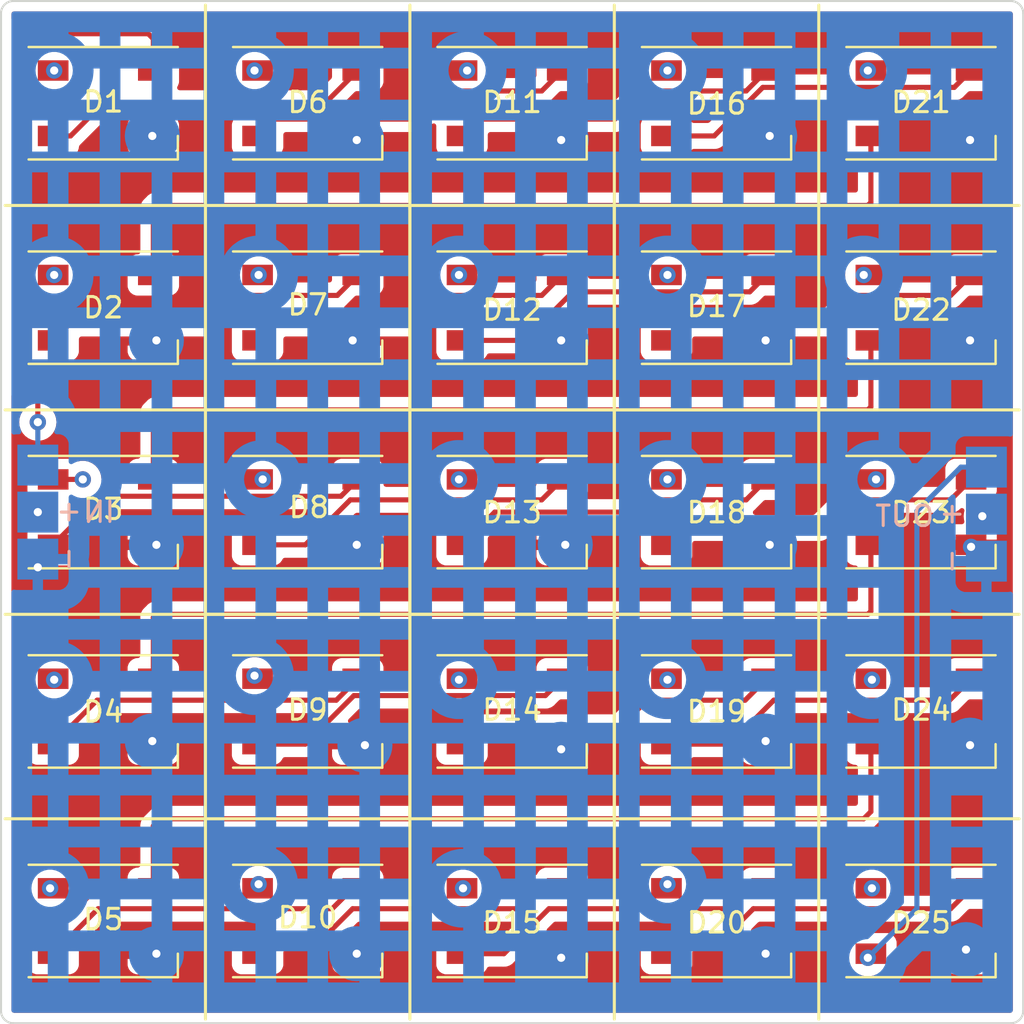
<source format=kicad_pcb>
(kicad_pcb (version 20211014) (generator pcbnew)
  (title_block (rev "A"))
  (layers (0 "F.Cu" signal) (1 "In1.Cu" power "PWR") (2 "In2.Cu" power "GND") (31 "B.Cu" signal) (34 "B.Paste" user) (35 "F.Paste" user) (36 "B.SilkS" user "B.Silkscreen") (37 "F.SilkS" user "F.Silkscreen") (38 "B.Mask" user) (39 "F.Mask" user) (44 "Edge.Cuts" user))
  (net 0 "")
  (net 1 "GND")
  (net 2 "/signal_in")
  (net 3 "Net-(D1-Pad2)")
  (net 4 "+5V")
  (net 5 "/row0_out")
  (net 6 "Net-(D2-Pad2)")
  (net 7 "/row1_out")
  (net 8 "Net-(D3-Pad2)")
  (net 9 "/row2_out")
  (net 10 "Net-(D4-Pad2)")
  (net 11 "/row3_out")
  (net 12 "Net-(D10-Pad4)")
  (net 13 "Net-(D11-Pad4)")
  (net 14 "Net-(D12-Pad4)")
  (net 15 "Net-(D13-Pad4)")
  (net 16 "Net-(D14-Pad4)")
  (net 17 "Net-(D10-Pad2)")
  (net 18 "Net-(D11-Pad2)")
  (net 19 "Net-(D12-Pad2)")
  (net 20 "Net-(D13-Pad2)")
  (net 21 "Net-(D14-Pad2)")
  (net 22 "Net-(D15-Pad2)")
  (net 23 "Net-(D16-Pad2)")
  (net 24 "Net-(D17-Pad2)")
  (net 25 "Net-(D18-Pad2)")
  (net 26 "Net-(D19-Pad2)")
  (net 27 "Net-(D20-Pad2)")
  (net 28 "/signal_out")
  (footprint "LED_SMD:LED_WS2812B_PLCC4_5.0x5.0mm_P3.2mm" (layer "F.Cu") (at 115 115)
    (fp_text reference "D5" (at 0 -0.074) (layer "F.SilkS"))
    (fp_text value "WS2812B")
    (fp_line (start -3.65 -2.75) (end 3.65 -2.75) (layer "F.SilkS") (width 0.12))
    (fp_line (start 3.65 2.75) (end 3.65 1.6) (layer "F.SilkS") (width 0.12))
    (fp_line (start -3.65 2.75) (end 3.65 2.75) (layer "F.SilkS") (width 0.12))
    (pad "1" smd rect locked (at -2.45 -1.6) (size 1.5 1) (layers "F.Cu" "F.Paste" "F.Mask") (net 4 "+5V"))
    (pad "2" smd rect locked (at -2.45 1.6) (size 1.5 1) (layers "F.Cu" "F.Paste" "F.Mask") (net 12 "Net-(D10-Pad4)"))
    (pad "3" smd rect locked (at 2.45 1.6) (size 1.5 1) (layers "F.Cu" "F.Paste" "F.Mask") (net 1 "GND"))
    (pad "4" smd rect locked (at 2.45 -1.6) (size 1.5 1) (layers "F.Cu" "F.Paste" "F.Mask") (net 11 "/row3_out"))
  )
  (footprint "LED_SMD:LED_WS2812B_PLCC4_5.0x5.0mm_P3.2mm" (layer "F.Cu") (at 145 85)
    (fp_text reference "D17" (at 0 -0.064) (layer "F.SilkS"))
    (fp_text value "WS2812B")
    (fp_line (start 3.65 2.75) (end 3.65 1.6) (layer "F.SilkS") (width 0.12))
    (fp_line (start -3.65 -2.75) (end 3.65 -2.75) (layer "F.SilkS") (width 0.12))
    (fp_line (start -3.65 2.75) (end 3.65 2.75) (layer "F.SilkS") (width 0.12))
    (pad "1" smd rect locked (at -2.45 -1.6) (size 1.5 1) (layers "F.Cu" "F.Paste" "F.Mask") (net 4 "+5V"))
    (pad "2" smd rect locked (at -2.45 1.6) (size 1.5 1) (layers "F.Cu" "F.Paste" "F.Mask") (net 24 "Net-(D17-Pad2)"))
    (pad "3" smd rect locked (at 2.45 1.6) (size 1.5 1) (layers "F.Cu" "F.Paste" "F.Mask") (net 1 "GND"))
    (pad "4" smd rect locked (at 2.45 -1.6) (size 1.5 1) (layers "F.Cu" "F.Paste" "F.Mask") (net 19 "Net-(D12-Pad2)"))
  )
  (footprint "matrix:MatrixConn" (layer "F.Cu") (at 111.8 95 -90)
    (fp_text reference "J1" hide)
    (fp_text value "IN" (at 0 -3 unlocked) (layer "B.SilkS") (effects (justify mirror)))
    (fp_text user "-" (at 2.3 -1.6 -90 unlocked) (layer "B.SilkS") (effects (justify mirror)))
    (fp_text user "+" (at 0 -1.6 -90 unlocked) (layer "B.SilkS") (effects (justify mirror)))
    (pad "1" smd rect (at -2.3 0 270) (size 2 2) (layers "B.Cu" "B.Paste" "B.Mask") (net 2 "/signal_in"))
    (pad "2" smd rect (at 0 0 270) (size 2 2) (layers "B.Cu" "B.Paste" "B.Mask") (net 4 "+5V"))
    (pad "3" smd rect (at 2.3 0 270) (size 2 2) (layers "B.Cu" "B.Paste" "B.Mask") (net 1 "GND"))
  )
  (footprint "LED_SMD:LED_WS2812B_PLCC4_5.0x5.0mm_P3.2mm" (layer "F.Cu") (at 155 85)
    (fp_text reference "D22" (at 0 0.114) (layer "F.SilkS"))
    (fp_text value "WS2812B")
    (fp_line (start 3.65 2.75) (end 3.65 1.6) (layer "F.SilkS") (width 0.12))
    (fp_line (start -3.65 -2.75) (end 3.65 -2.75) (layer "F.SilkS") (width 0.12))
    (fp_line (start -3.65 2.75) (end 3.65 2.75) (layer "F.SilkS") (width 0.12))
    (pad "1" smd rect locked (at -2.45 -1.6) (size 1.5 1) (layers "F.Cu" "F.Paste" "F.Mask") (net 4 "+5V"))
    (pad "2" smd rect locked (at -2.45 1.6) (size 1.5 1) (layers "F.Cu" "F.Paste" "F.Mask") (net 7 "/row1_out"))
    (pad "3" smd rect locked (at 2.45 1.6) (size 1.5 1) (layers "F.Cu" "F.Paste" "F.Mask") (net 1 "GND"))
    (pad "4" smd rect locked (at 2.45 -1.6) (size 1.5 1) (layers "F.Cu" "F.Paste" "F.Mask") (net 24 "Net-(D17-Pad2)"))
  )
  (footprint "LED_SMD:LED_WS2812B_PLCC4_5.0x5.0mm_P3.2mm" (layer "F.Cu") (at 135 85)
    (fp_text reference "D12" (at 0 0.114) (layer "F.SilkS"))
    (fp_text value "WS2812B")
    (fp_line (start -3.65 2.75) (end 3.65 2.75) (layer "F.SilkS") (width 0.12))
    (fp_line (start -3.65 -2.75) (end 3.65 -2.75) (layer "F.SilkS") (width 0.12))
    (fp_line (start 3.65 2.75) (end 3.65 1.6) (layer "F.SilkS") (width 0.12))
    (pad "1" smd rect locked (at -2.45 -1.6) (size 1.5 1) (layers "F.Cu" "F.Paste" "F.Mask") (net 4 "+5V"))
    (pad "2" smd rect locked (at -2.45 1.6) (size 1.5 1) (layers "F.Cu" "F.Paste" "F.Mask") (net 19 "Net-(D12-Pad2)"))
    (pad "3" smd rect locked (at 2.45 1.6) (size 1.5 1) (layers "F.Cu" "F.Paste" "F.Mask") (net 1 "GND"))
    (pad "4" smd rect locked (at 2.45 -1.6) (size 1.5 1) (layers "F.Cu" "F.Paste" "F.Mask") (net 14 "Net-(D12-Pad4)"))
  )
  (footprint "LED_SMD:LED_WS2812B_PLCC4_5.0x5.0mm_P3.2mm" (layer "F.Cu") (at 155 104.75)
    (fp_text reference "D24" (at 0 -0.074) (layer "F.SilkS"))
    (fp_text value "WS2812B")
    (fp_line (start -3.65 2.75) (end 3.65 2.75) (layer "F.SilkS") (width 0.12))
    (fp_line (start 3.65 2.75) (end 3.65 1.6) (layer "F.SilkS") (width 0.12))
    (fp_line (start -3.65 -2.75) (end 3.65 -2.75) (layer "F.SilkS") (width 0.12))
    (pad "1" smd rect locked (at -2.45 -1.6) (size 1.5 1) (layers "F.Cu" "F.Paste" "F.Mask") (net 4 "+5V"))
    (pad "2" smd rect locked (at -2.45 1.6) (size 1.5 1) (layers "F.Cu" "F.Paste" "F.Mask") (net 11 "/row3_out"))
    (pad "3" smd rect locked (at 2.45 1.6) (size 1.5 1) (layers "F.Cu" "F.Paste" "F.Mask") (net 1 "GND"))
    (pad "4" smd rect locked (at 2.45 -1.6) (size 1.5 1) (layers "F.Cu" "F.Paste" "F.Mask") (net 26 "Net-(D19-Pad2)"))
  )
  (footprint "LED_SMD:LED_WS2812B_PLCC4_5.0x5.0mm_P3.2mm" (layer "F.Cu") (at 115 85)
    (fp_text reference "D2" (at 0 0) (layer "F.SilkS"))
    (fp_text value "WS2812B")
    (fp_line (start -3.65 -2.75) (end 3.65 -2.75) (layer "F.SilkS") (width 0.12))
    (fp_line (start 3.65 2.75) (end 3.65 1.6) (layer "F.SilkS") (width 0.12))
    (fp_line (start -3.65 2.75) (end 3.65 2.75) (layer "F.SilkS") (width 0.12))
    (pad "1" smd rect locked (at -2.45 -1.6) (size 1.5 1) (layers "F.Cu" "F.Paste" "F.Mask") (net 4 "+5V"))
    (pad "2" smd rect locked (at -2.45 1.6) (size 1.5 1) (layers "F.Cu" "F.Paste" "F.Mask") (net 6 "Net-(D2-Pad2)"))
    (pad "3" smd rect locked (at 2.45 1.6) (size 1.5 1) (layers "F.Cu" "F.Paste" "F.Mask") (net 1 "GND"))
    (pad "4" smd rect locked (at 2.45 -1.6) (size 1.5 1) (layers "F.Cu" "F.Paste" "F.Mask") (net 5 "/row0_out"))
  )
  (footprint "LED_SMD:LED_WS2812B_PLCC4_5.0x5.0mm_P3.2mm" (layer "F.Cu") (at 125 75)
    (fp_text reference "D6" (at 0 -0.046) (layer "F.SilkS"))
    (fp_text value "WS2812B")
    (fp_line (start 3.65 2.75) (end 3.65 1.6) (layer "F.SilkS") (width 0.12))
    (fp_line (start -3.65 -2.75) (end 3.65 -2.75) (layer "F.SilkS") (width 0.12))
    (fp_line (start -3.65 2.75) (end 3.65 2.75) (layer "F.SilkS") (width 0.12))
    (pad "1" smd rect locked (at -2.45 -1.6) (size 1.5 1) (layers "F.Cu" "F.Paste" "F.Mask") (net 4 "+5V"))
    (pad "2" smd rect locked (at -2.45 1.6) (size 1.5 1) (layers "F.Cu" "F.Paste" "F.Mask") (net 13 "Net-(D11-Pad4)"))
    (pad "3" smd rect locked (at 2.45 1.6) (size 1.5 1) (layers "F.Cu" "F.Paste" "F.Mask") (net 1 "GND"))
    (pad "4" smd rect locked (at 2.45 -1.6) (size 1.5 1) (layers "F.Cu" "F.Paste" "F.Mask") (net 3 "Net-(D1-Pad2)"))
  )
  (footprint "LED_SMD:LED_WS2812B_PLCC4_5.0x5.0mm_P3.2mm" (layer "F.Cu") (at 125 85)
    (fp_text reference "D7" (at 0 -0.14) (layer "F.SilkS"))
    (fp_text value "WS2812B")
    (fp_line (start -3.65 -2.75) (end 3.65 -2.75) (layer "F.SilkS") (width 0.12))
    (fp_line (start 3.65 2.75) (end 3.65 1.6) (layer "F.SilkS") (width 0.12))
    (fp_line (start -3.65 2.75) (end 3.65 2.75) (layer "F.SilkS") (width 0.12))
    (pad "1" smd rect locked (at -2.45 -1.6) (size 1.5 1) (layers "F.Cu" "F.Paste" "F.Mask") (net 4 "+5V"))
    (pad "2" smd rect locked (at -2.45 1.6) (size 1.5 1) (layers "F.Cu" "F.Paste" "F.Mask") (net 14 "Net-(D12-Pad4)"))
    (pad "3" smd rect locked (at 2.45 1.6) (size 1.5 1) (layers "F.Cu" "F.Paste" "F.Mask") (net 1 "GND"))
    (pad "4" smd rect locked (at 2.45 -1.6) (size 1.5 1) (layers "F.Cu" "F.Paste" "F.Mask") (net 6 "Net-(D2-Pad2)"))
  )
  (footprint "LED_SMD:LED_WS2812B_PLCC4_5.0x5.0mm_P3.2mm" (layer "F.Cu") (at 135 95)
    (fp_text reference "D13" (at 0 0.02) (layer "F.SilkS"))
    (fp_text value "WS2812B")
    (fp_line (start 3.65 2.75) (end 3.65 1.6) (layer "F.SilkS") (width 0.12))
    (fp_line (start -3.65 -2.75) (end 3.65 -2.75) (layer "F.SilkS") (width 0.12))
    (fp_line (start -3.65 2.75) (end 3.65 2.75) (layer "F.SilkS") (width 0.12))
    (pad "1" smd rect locked (at -2.45 -1.6) (size 1.5 1) (layers "F.Cu" "F.Paste" "F.Mask") (net 4 "+5V"))
    (pad "2" smd rect locked (at -2.45 1.6) (size 1.5 1) (layers "F.Cu" "F.Paste" "F.Mask") (net 20 "Net-(D13-Pad2)"))
    (pad "3" smd rect locked (at 2.45 1.6) (size 1.5 1) (layers "F.Cu" "F.Paste" "F.Mask") (net 1 "GND"))
    (pad "4" smd rect locked (at 2.45 -1.6) (size 1.5 1) (layers "F.Cu" "F.Paste" "F.Mask") (net 15 "Net-(D13-Pad4)"))
  )
  (footprint "LED_SMD:LED_WS2812B_PLCC4_5.0x5.0mm_P3.2mm" (layer "F.Cu") (at 155 95)
    (fp_text reference "D23" (at 0 0.02) (layer "F.SilkS"))
    (fp_text value "WS2812B")
    (fp_line (start 3.65 2.75) (end 3.65 1.6) (layer "F.SilkS") (width 0.12))
    (fp_line (start -3.65 2.75) (end 3.65 2.75) (layer "F.SilkS") (width 0.12))
    (fp_line (start -3.65 -2.75) (end 3.65 -2.75) (layer "F.SilkS") (width 0.12))
    (pad "1" smd rect locked (at -2.45 -1.6) (size 1.5 1) (layers "F.Cu" "F.Paste" "F.Mask") (net 4 "+5V"))
    (pad "2" smd rect locked (at -2.45 1.6) (size 1.5 1) (layers "F.Cu" "F.Paste" "F.Mask") (net 9 "/row2_out"))
    (pad "3" smd rect locked (at 2.45 1.6) (size 1.5 1) (layers "F.Cu" "F.Paste" "F.Mask") (net 1 "GND"))
    (pad "4" smd rect locked (at 2.45 -1.6) (size 1.5 1) (layers "F.Cu" "F.Paste" "F.Mask") (net 25 "Net-(D18-Pad2)"))
  )
  (footprint "LED_SMD:LED_WS2812B_PLCC4_5.0x5.0mm_P3.2mm" (layer "F.Cu") (at 125 104.75)
    (fp_text reference "D9" (at 0 -0.074) (layer "F.SilkS"))
    (fp_text value "WS2812B")
    (fp_line (start -3.65 2.75) (end 3.65 2.75) (layer "F.SilkS") (width 0.12))
    (fp_line (start 3.65 2.75) (end 3.65 1.6) (layer "F.SilkS") (width 0.12))
    (fp_line (start -3.65 -2.75) (end 3.65 -2.75) (layer "F.SilkS") (width 0.12))
    (pad "1" smd rect locked (at -2.45 -1.6) (size 1.5 1) (layers "F.Cu" "F.Paste" "F.Mask") (net 4 "+5V"))
    (pad "2" smd rect locked (at -2.45 1.6) (size 1.5 1) (layers "F.Cu" "F.Paste" "F.Mask") (net 16 "Net-(D14-Pad4)"))
    (pad "3" smd rect locked (at 2.45 1.6) (size 1.5 1) (layers "F.Cu" "F.Paste" "F.Mask") (net 1 "GND"))
    (pad "4" smd rect locked (at 2.45 -1.6) (size 1.5 1) (layers "F.Cu" "F.Paste" "F.Mask") (net 10 "Net-(D4-Pad2)"))
  )
  (footprint "LED_SMD:LED_WS2812B_PLCC4_5.0x5.0mm_P3.2mm" (layer "F.Cu") (at 135 75)
    (fp_text reference "D11" (at 0 -0.046) (layer "F.SilkS"))
    (fp_text value "WS2812B")
    (fp_line (start -3.65 2.75) (end 3.65 2.75) (layer "F.SilkS") (width 0.12))
    (fp_line (start -3.65 -2.75) (end 3.65 -2.75) (layer "F.SilkS") (width 0.12))
    (fp_line (start 3.65 2.75) (end 3.65 1.6) (layer "F.SilkS") (width 0.12))
    (pad "1" smd rect locked (at -2.45 -1.6) (size 1.5 1) (layers "F.Cu" "F.Paste" "F.Mask") (net 4 "+5V"))
    (pad "2" smd rect locked (at -2.45 1.6) (size 1.5 1) (layers "F.Cu" "F.Paste" "F.Mask") (net 18 "Net-(D11-Pad2)"))
    (pad "3" smd rect locked (at 2.45 1.6) (size 1.5 1) (layers "F.Cu" "F.Paste" "F.Mask") (net 1 "GND"))
    (pad "4" smd rect locked (at 2.45 -1.6) (size 1.5 1) (layers "F.Cu" "F.Paste" "F.Mask") (net 13 "Net-(D11-Pad4)"))
  )
  (footprint "LED_SMD:LED_WS2812B_PLCC4_5.0x5.0mm_P3.2mm" (layer "F.Cu") (at 135 115)
    (fp_text reference "D15" (at 0 0.086) (layer "F.SilkS"))
    (fp_text value "WS2812B")
    (fp_line (start -3.65 -2.75) (end 3.65 -2.75) (layer "F.SilkS") (width 0.12))
    (fp_line (start 3.65 2.75) (end 3.65 1.6) (layer "F.SilkS") (width 0.12))
    (fp_line (start -3.65 2.75) (end 3.65 2.75) (layer "F.SilkS") (width 0.12))
    (pad "1" smd rect locked (at -2.45 -1.6) (size 1.5 1) (layers "F.Cu" "F.Paste" "F.Mask") (net 4 "+5V"))
    (pad "2" smd rect locked (at -2.45 1.6) (size 1.5 1) (layers "F.Cu" "F.Paste" "F.Mask") (net 22 "Net-(D15-Pad2)"))
    (pad "3" smd rect locked (at 2.45 1.6) (size 1.5 1) (layers "F.Cu" "F.Paste" "F.Mask") (net 1 "GND"))
    (pad "4" smd rect locked (at 2.45 -1.6) (size 1.5 1) (layers "F.Cu" "F.Paste" "F.Mask") (net 17 "Net-(D10-Pad2)"))
  )
  (footprint "LED_SMD:LED_WS2812B_PLCC4_5.0x5.0mm_P3.2mm" (layer "F.Cu") (at 145 115)
    (fp_text reference "D20" (at 0 0.086) (layer "F.SilkS"))
    (fp_text value "WS2812B")
    (fp_line (start 3.65 2.75) (end 3.65 1.6) (layer "F.SilkS") (width 0.12))
    (fp_line (start -3.65 2.75) (end 3.65 2.75) (layer "F.SilkS") (width 0.12))
    (fp_line (start -3.65 -2.75) (end 3.65 -2.75) (layer "F.SilkS") (width 0.12))
    (pad "1" smd rect locked (at -2.45 -1.6) (size 1.5 1) (layers "F.Cu" "F.Paste" "F.Mask") (net 4 "+5V"))
    (pad "2" smd rect locked (at -2.45 1.6) (size 1.5 1) (layers "F.Cu" "F.Paste" "F.Mask") (net 27 "Net-(D20-Pad2)"))
    (pad "3" smd rect locked (at 2.45 1.6) (size 1.5 1) (layers "F.Cu" "F.Paste" "F.Mask") (net 1 "GND"))
    (pad "4" smd rect locked (at 2.45 -1.6) (size 1.5 1) (layers "F.Cu" "F.Paste" "F.Mask") (net 22 "Net-(D15-Pad2)"))
  )
  (footprint "LED_SMD:LED_WS2812B_PLCC4_5.0x5.0mm_P3.2mm" (layer "F.Cu") (at 125 95)
    (fp_text reference "D8" (at 0.062 -0.234) (layer "F.SilkS"))
    (fp_text value "WS2812B")
    (fp_line (start -3.65 -2.75) (end 3.65 -2.75) (layer "F.SilkS") (width 0.12))
    (fp_line (start 3.65 2.75) (end 3.65 1.6) (layer "F.SilkS") (width 0.12))
    (fp_line (start -3.65 2.75) (end 3.65 2.75) (layer "F.SilkS") (width 0.12))
    (pad "1" smd rect locked (at -2.45 -1.6) (size 1.5 1) (layers "F.Cu" "F.Paste" "F.Mask") (net 4 "+5V"))
    (pad "2" smd rect locked (at -2.45 1.6) (size 1.5 1) (layers "F.Cu" "F.Paste" "F.Mask") (net 15 "Net-(D13-Pad4)"))
    (pad "3" smd rect locked (at 2.45 1.6) (size 1.5 1) (layers "F.Cu" "F.Paste" "F.Mask") (net 1 "GND"))
    (pad "4" smd rect locked (at 2.45 -1.6) (size 1.5 1) (layers "F.Cu" "F.Paste" "F.Mask") (net 8 "Net-(D3-Pad2)"))
  )
  (footprint "LED_SMD:LED_WS2812B_PLCC4_5.0x5.0mm_P3.2mm" (layer "F.Cu") (at 145 75)
    (fp_text reference "D16" (at 0 0.03) (layer "F.SilkS"))
    (fp_text value "WS2812B")
    (fp_line (start -3.65 2.75) (end 3.65 2.75) (layer "F.SilkS") (width 0.12))
    (fp_line (start 3.65 2.75) (end 3.65 1.6) (layer "F.SilkS") (width 0.12))
    (fp_line (start -3.65 -2.75) (end 3.65 -2.75) (layer "F.SilkS") (width 0.12))
    (pad "1" smd rect locked (at -2.45 -1.6) (size 1.5 1) (layers "F.Cu" "F.Paste" "F.Mask") (net 4 "+5V"))
    (pad "2" smd rect locked (at -2.45 1.6) (size 1.5 1) (layers "F.Cu" "F.Paste" "F.Mask") (net 23 "Net-(D16-Pad2)"))
    (pad "3" smd rect locked (at 2.45 1.6) (size 1.5 1) (layers "F.Cu" "F.Paste" "F.Mask") (net 1 "GND"))
    (pad "4" smd rect locked (at 2.45 -1.6) (size 1.5 1) (layers "F.Cu" "F.Paste" "F.Mask") (net 18 "Net-(D11-Pad2)"))
  )
  (footprint "LED_SMD:LED_WS2812B_PLCC4_5.0x5.0mm_P3.2mm" (layer "F.Cu") (at 115 75)
    (fp_text reference "D1" (at 0 -0.07) (layer "F.SilkS"))
    (fp_text value "WS2812B")
    (fp_line (start 3.65 2.75) (end 3.65 1.6) (layer "F.SilkS") (width 0.12))
    (fp_line (start -3.65 2.75) (end 3.65 2.75) (layer "F.SilkS") (width 0.12))
    (fp_line (start -3.65 -2.75) (end 3.65 -2.75) (layer "F.SilkS") (width 0.12))
    (pad "1" smd rect locked (at -2.45 -1.6) (size 1.5 1) (layers "F.Cu" "F.Paste" "F.Mask") (net 4 "+5V"))
    (pad "2" smd rect locked (at -2.45 1.6) (size 1.5 1) (layers "F.Cu" "F.Paste" "F.Mask") (net 3 "Net-(D1-Pad2)"))
    (pad "3" smd rect locked (at 2.45 1.6) (size 1.5 1) (layers "F.Cu" "F.Paste" "F.Mask") (net 1 "GND"))
    (pad "4" smd rect locked (at 2.45 -1.6) (size 1.5 1) (layers "F.Cu" "F.Paste" "F.Mask") (net 2 "/signal_in"))
  )
  (footprint "LED_SMD:LED_WS2812B_PLCC4_5.0x5.0mm_P3.2mm" (layer "F.Cu") (at 115 95)
    (fp_text reference "D3" (at 0 -0.14) (layer "F.SilkS"))
    (fp_text value "WS2812B")
    (fp_line (start -3.65 -2.75) (end 3.65 -2.75) (layer "F.SilkS") (width 0.12))
    (fp_line (start 3.65 2.75) (end 3.65 1.6) (layer "F.SilkS") (width 0.12))
    (fp_line (start -3.65 2.75) (end 3.65 2.75) (layer "F.SilkS") (width 0.12))
    (pad "1" smd rect locked (at -2.45 -1.6) (size 1.5 1) (layers "F.Cu" "F.Paste" "F.Mask") (net 4 "+5V"))
    (pad "2" smd rect locked (at -2.45 1.6) (size 1.5 1) (layers "F.Cu" "F.Paste" "F.Mask") (net 8 "Net-(D3-Pad2)"))
    (pad "3" smd rect locked (at 2.45 1.6) (size 1.5 1) (layers "F.Cu" "F.Paste" "F.Mask") (net 1 "GND"))
    (pad "4" smd rect locked (at 2.45 -1.6) (size 1.5 1) (layers "F.Cu" "F.Paste" "F.Mask") (net 7 "/row1_out"))
  )
  (footprint "LED_SMD:LED_WS2812B_PLCC4_5.0x5.0mm_P3.2mm" (layer "F.Cu") (at 155 115)
    (fp_text reference "D25" (at 0 0.086) (layer "F.SilkS"))
    (fp_text value "WS2812B")
    (fp_line (start -3.65 2.75) (end 3.65 2.75) (layer "F.SilkS") (width 0.12))
    (fp_line (start 3.65 2.75) (end 3.65 1.6) (layer "F.SilkS") (width 0.12))
    (fp_line (start -3.65 -2.75) (end 3.65 -2.75) (layer "F.SilkS") (width 0.12))
    (pad "1" smd rect locked (at -2.45 -1.6) (size 1.5 1) (layers "F.Cu" "F.Paste" "F.Mask") (net 4 "+5V"))
    (pad "2" smd rect locked (at -2.45 1.6) (size 1.5 1) (layers "F.Cu" "F.Paste" "F.Mask") (net 28 "/signal_out"))
    (pad "3" smd rect locked (at 2.45 1.6) (size 1.5 1) (layers "F.Cu" "F.Paste" "F.Mask") (net 1 "GND"))
    (pad "4" smd rect locked (at 2.45 -1.6) (size 1.5 1) (layers "F.Cu" "F.Paste" "F.Mask") (net 27 "Net-(D20-Pad2)"))
  )
  (footprint "LED_SMD:LED_WS2812B_PLCC4_5.0x5.0mm_P3.2mm" (layer "F.Cu") (at 145 104.75)
    (fp_text reference "D19" (at 0 0) (layer "F.SilkS"))
    (fp_text value "WS2812B")
    (fp_line (start 3.65 2.75) (end 3.65 1.6) (layer "F.SilkS") (width 0.12))
    (fp_line (start -3.65 -2.75) (end 3.65 -2.75) (layer "F.SilkS") (width 0.12))
    (fp_line (start -3.65 2.75) (end 3.65 2.75) (layer "F.SilkS") (width 0.12))
    (pad "1" smd rect locked (at -2.45 -1.6) (size 1.5 1) (layers "F.Cu" "F.Paste" "F.Mask") (net 4 "+5V"))
    (pad "2" smd rect locked (at -2.45 1.6) (size 1.5 1) (layers "F.Cu" "F.Paste" "F.Mask") (net 26 "Net-(D19-Pad2)"))
    (pad "3" smd rect locked (at 2.45 1.6) (size 1.5 1) (layers "F.Cu" "F.Paste" "F.Mask") (net 1 "GND"))
    (pad "4" smd rect locked (at 2.45 -1.6) (size 1.5 1) (layers "F.Cu" "F.Paste" "F.Mask") (net 21 "Net-(D14-Pad2)"))
  )
  (footprint "matrix:MatrixConn" (layer "F.Cu") (at 158.2 95.1 -90)
    (fp_text reference "J2" hide)
    (fp_text value "OUT" (at 0.1 4 unlocked) (layer "B.SilkS") (effects (justify mirror)))
    (fp_text user "+" (at 0 1.6 -90 unlocked) (layer "B.SilkS") (effects (justify mirror)))
    (fp_text user "-" (at 2.3 1.6 -90 unlocked) (layer "B.SilkS") (effects (justify mirror)))
    (pad "1" smd rect (at -2.3 0 270) (size 2 2) (layers "B.Cu" "B.Paste" "B.Mask") (net 28 "/signal_out"))
    (pad "2" smd rect (at 0 0 270) (size 2 2) (layers "B.Cu" "B.Paste" "B.Mask") (net 4 "+5V"))
    (pad "3" smd rect (at 2.3 0 270) (size 2 2) (layers "B.Cu" "B.Paste" "B.Mask") (net 1 "GND"))
  )
  (footprint "LED_SMD:LED_WS2812B_PLCC4_5.0x5.0mm_P3.2mm" (layer "F.Cu") (at 125 115)
    (fp_text reference "D10" (at 0 -0.168) (layer "F.SilkS"))
    (fp_text value "WS2812B")
    (fp_line (start -3.65 2.75) (end 3.65 2.75) (layer "F.SilkS") (width 0.12))
    (fp_line (start -3.65 -2.75) (end 3.65 -2.75) (layer "F.SilkS") (width 0.12))
    (fp_line (start 3.65 2.75) (end 3.65 1.6) (layer "F.SilkS") (width 0.12))
    (pad "1" smd rect locked (at -2.45 -1.6) (size 1.5 1) (layers "F.Cu" "F.Paste" "F.Mask") (net 4 "+5V"))
    (pad "2" smd rect locked (at -2.45 1.6) (size 1.5 1) (layers "F.Cu" "F.Paste" "F.Mask") (net 17 "Net-(D10-Pad2)"))
    (pad "3" smd rect locked (at 2.45 1.6) (size 1.5 1) (layers "F.Cu" "F.Paste" "F.Mask") (net 1 "GND"))
    (pad "4" smd rect locked (at 2.45 -1.6) (size 1.5 1) (layers "F.Cu" "F.Paste" "F.Mask") (net 12 "Net-(D10-Pad4)"))
  )
  (footprint "LED_SMD:LED_WS2812B_PLCC4_5.0x5.0mm_P3.2mm" (layer "F.Cu") (at 155 75)
    (fp_text reference "D21" (at 0 -0.046) (layer "F.SilkS"))
    (fp_text value "WS2812B")
    (fp_line (start -3.65 2.75) (end 3.65 2.75) (layer "F.SilkS") (width 0.12))
    (fp_line (start -3.65 -2.75) (end 3.65 -2.75) (layer "F.SilkS") (width 0.12))
    (fp_line (start 3.65 2.75) (end 3.65 1.6) (layer "F.SilkS") (width 0.12))
    (pad "1" smd rect locked (at -2.45 -1.6) (size 1.5 1) (layers "F.Cu" "F.Paste" "F.Mask") (net 4 "+5V"))
    (pad "2" smd rect locked (at -2.45 1.6) (size 1.5 1) (layers "F.Cu" "F.Paste" "F.Mask") (net 5 "/row0_out"))
    (pad "3" smd rect locked (at 2.45 1.6) (size 1.5 1) (layers "F.Cu" "F.Paste" "F.Mask") (net 1 "GND"))
    (pad "4" smd rect locked (at 2.45 -1.6) (size 1.5 1) (layers "F.Cu" "F.Paste" "F.Mask") (net 23 "Net-(D16-Pad2)"))
  )
  (footprint "LED_SMD:LED_WS2812B_PLCC4_5.0x5.0mm_P3.2mm" (layer "F.Cu") (at 115 104.75)
    (fp_text reference "D4" (at 0 0.02) (layer "F.SilkS"))
    (fp_text value "WS2812B")
    (fp_line (start -3.65 2.75) (end 3.65 2.75) (layer "F.SilkS") (width 0.12))
    (fp_line (start -3.65 -2.75) (end 3.65 -2.75) (layer "F.SilkS") (width 0.12))
    (fp_line (start 3.65 2.75) (end 3.65 1.6) (layer "F.SilkS") (width 0.12))
    (pad "1" smd rect locked (at -2.45 -1.6) (size 1.5 1) (layers "F.Cu" "F.Paste" "F.Mask") (net 4 "+5V"))
    (pad "2" smd rect locked (at -2.45 1.6) (size 1.5 1) (layers "F.Cu" "F.Paste" "F.Mask") (net 10 "Net-(D4-Pad2)"))
    (pad "3" smd rect locked (at 2.45 1.6) (size 1.5 1) (layers "F.Cu" "F.Paste" "F.Mask") (net 1 "GND"))
    (pad "4" smd rect locked (at 2.45 -1.6) (size 1.5 1) (layers "F.Cu" "F.Paste" "F.Mask") (net 9 "/row2_out"))
  )
  (footprint "LED_SMD:LED_WS2812B_PLCC4_5.0x5.0mm_P3.2mm" (layer "F.Cu") (at 135 104.75)
    (fp_text reference "D14" (at 0 -0.074) (layer "F.SilkS"))
    (fp_text value "WS2812B")
    (fp_line (start -3.65 -2.75) (end 3.65 -2.75) (layer "F.SilkS") (width 0.12))
    (fp_line (start -3.65 2.75) (end 3.65 2.75) (layer "F.SilkS") (width 0.12))
    (fp_line (start 3.65 2.75) (end 3.65 1.6) (layer "F.SilkS") (width 0.12))
    (pad "1" smd rect locked (at -2.45 -1.6) (size 1.5 1) (layers "F.Cu" "F.Paste" "F.Mask") (net 4 "+5V"))
    (pad "2" smd rect locked (at -2.45 1.6) (size 1.5 1) (layers "F.Cu" "F.Paste" "F.Mask") (net 21 "Net-(D14-Pad2)"))
    (pad "3" smd rect locked (at 2.45 1.6) (size 1.5 1) (layers "F.Cu" "F.Paste" "F.Mask") (net 1 "GND"))
    (pad "4" smd rect locked (at 2.45 -1.6) (size 1.5 1) (layers "F.Cu" "F.Paste" "F.Mask") (net 16 "Net-(D14-Pad4)"))
  )
  (footprint "LED_SMD:LED_WS2812B_PLCC4_5.0x5.0mm_P3.2mm" (layer "F.Cu") (at 145 95)
    (fp_text reference "D18" (at 0 0.02) (layer "F.SilkS"))
    (fp_text value "WS2812B")
    (fp_line (start -3.65 -2.75) (end 3.65 -2.75) (layer "F.SilkS") (width 0.12))
    (fp_line (start 3.65 2.75) (end 3.65 1.6) (layer "F.SilkS") (width 0.12))
    (fp_line (start -3.65 2.75) (end 3.65 2.75) (layer "F.SilkS") (width 0.12))
    (pad "1" smd rect locked (at -2.45 -1.6) (size 1.5 1) (layers "F.Cu" "F.Paste" "F.Mask") (net 4 "+5V"))
    (pad "2" smd rect locked (at -2.45 1.6) (size 1.5 1) (layers "F.Cu" "F.Paste" "F.Mask") (net 25 "Net-(D18-Pad2)"))
    (pad "3" smd rect locked (at 2.45 1.6) (size 1.5 1) (layers "F.Cu" "F.Paste" "F.Mask") (net 1 "GND"))
    (pad "4" smd rect locked (at 2.45 -1.6) (size 1.5 1) (layers "F.Cu" "F.Paste" "F.Mask") (net 20 "Net-(D13-Pad2)"))
  )
  (gr_line (start 150 90) (end 159.8 90) (layer "F.SilkS") (width 0.15))
  (gr_rect (start 140 80) (end 150 90) (layer "F.SilkS") (width 0.15) (fill none))
  (gr_line (start 120.2 100) (end 110.2 100) (layer "F.SilkS") (width 0.15))
  (gr_line (start 150 80) (end 150 70.2) (layer "F.SilkS") (width 0.15))
  (gr_rect (start 140 100) (end 150 110) (layer "F.SilkS") (width 0.15) (fill none))
  (gr_line (start 150 80) (end 159.8 80) (layer "F.SilkS") (width 0.15))
  (gr_line (start 120 110) (end 110.2 110) (layer "F.SilkS") (width 0.15))
  (gr_line (start 120 80) (end 110.2 80) (layer "F.SilkS") (width 0.15))
  (gr_line (start 120 110) (end 120 119.8) (layer "F.SilkS") (width 0.15))
  (gr_rect (start 120 90) (end 130 100) (layer "F.SilkS") (width 0.15) (fill none))
  (gr_rect (start 130 100) (end 140 110) (layer "F.SilkS") (width 0.15) (fill none))
  (gr_line (start 120 90) (end 110.2 90) (layer "F.SilkS") (width 0.15))
  (gr_line (start 130 80.2) (end 130 70.2) (layer "F.SilkS") (width 0.15))
  (gr_line (start 150 100) (end 159.8 100) (layer "F.SilkS") (width 0.15))
  (gr_line (start 150 109.8) (end 150 119.8) (layer "F.SilkS") (width 0.15))
  (gr_rect (start 130 80) (end 140 90) (layer "F.SilkS") (width 0.15) (fill none))
  (gr_line (start 150 110) (end 159.8 110) (layer "F.SilkS") (width 0.15))
  (gr_rect (start 140 90) (end 150 100) (layer "F.SilkS") (width 0.15) (fill none))
  (gr_line (start 140 109.8) (end 140 119.8) (layer "F.SilkS") (width 0.15))
  (gr_line (start 140 80) (end 140 70.2) (layer "F.SilkS") (width 0.15))
  (gr_rect (start 120 100) (end 130 110) (layer "F.SilkS") (width 0.15) (fill none))
  (gr_rect (start 130 90) (end 140 100) (layer "F.SilkS") (width 0.15) (fill none))
  (gr_line (start 130 109.8) (end 130 119.8) (layer "F.SilkS") (width 0.15))
  (gr_rect (start 120 80) (end 130 90) (layer "F.SilkS") (width 0.15) (fill none))
  (gr_line (start 120 80) (end 120 70.2) (layer "F.SilkS") (width 0.15))
  (gr_arc (start 160 119.4) (mid 159.824264 119.824264) (end 159.4 120) (layer "Edge.Cuts") (width 0.1))
  (gr_arc (start 110.6 120) (mid 110.175736 119.824264) (end 110 119.4) (layer "Edge.Cuts") (width 0.1))
  (gr_line (start 110.6 120) (end 159.4 120) (layer "Edge.Cuts") (width 0.1))
  (gr_line (start 110 70.6) (end 110 119.4) (layer "Edge.Cuts") (width 0.1))
  (gr_arc (start 159.4 70) (mid 159.824264 70.175736) (end 160 70.6) (layer "Edge.Cuts") (width 0.1))
  (gr_line (start 160 119.4) (end 160 70.6) (layer "Edge.Cuts") (width 0.1))
  (gr_arc (start 110 70.6) (mid 110.175736 70.175736) (end 110.6 70) (layer "Edge.Cuts") (width 0.1))
  (gr_line (start 159.4 70) (end 110.6 70) (layer "Edge.Cuts") (width 0.1))
  (segment (start 137.45 96.6) (end 137.6 96.6) (width 0.25) (layer "F.Cu") (net 1))
  (segment (start 147.45 116.6) (end 147.4 116.6) (width 0.25) (layer "F.Cu") (net 1))
  (segment (start 117.45 106.35) (end 117.45 106.25) (width 0.25) (layer "F.Cu") (net 1))
  (segment (start 147.45 106.25) (end 147.4 106.2) (width 0.25) (layer "F.Cu") (net 1))
  (segment (start 157.45 116.6) (end 157.4 116.6) (width 0.25) (layer "F.Cu") (net 1))
  (segment (start 147.45 86.6) (end 147.4 86.6) (width 0.25) (layer "F.Cu") (net 1))
  (segment (start 137.45 86.6) (end 137.4 86.6) (width 0.25) (layer "F.Cu") (net 1))
  (segment (start 127.45 106.35) (end 127.75 106.35) (width 0.25) (layer "F.Cu") (net 1))
  (segment (start 127.45 76.75) (end 127.4 76.8) (width 0.25) (layer "F.Cu") (net 1))
  (segment (start 157.45 76.6) (end 157.45 76.75) (width 0.25) (layer "F.Cu") (net 1))
  (segment (start 117.45 116.6) (end 117.6 116.6) (width 0.25) (layer "F.Cu") (net 1))
  (segment (start 137.45 106.55) (end 137.4 106.6) (width 0.25) (layer "F.Cu") (net 1))
  (segment (start 157.45 106.35) (end 157.4 106.4) (width 0.25) (layer "F.Cu") (net 1))
  (segment (start 117.45 96.6) (end 117.6 96.6) (width 0.25) (layer "F.Cu") (net 1))
  (segment (start 127.75 106.35) (end 127.8 106.4) (width 0.25) (layer "F.Cu") (net 1))
  (segment (start 127.45 76.6) (end 127.45 76.75) (width 0.25) (layer "F.Cu") (net 1))
  (segment (start 137.45 116.6) (end 137.45 116.75) (width 0.25) (layer "F.Cu") (net 1))
  (segment (start 137.45 116.75) (end 137.4 116.8) (width 0.25) (layer "F.Cu") (net 1))
  (segment (start 117.45 106.25) (end 117.4 106.2) (width 0.25) (layer "F.Cu") (net 1))
  (segment (start 127.45 96.6) (end 127.4 96.6) (width 0.25) (layer "F.Cu") (net 1))
  (segment (start 147.45 106.35) (end 147.45 106.25) (width 0.25) (layer "F.Cu") (net 1))
  (segment (start 127.45 116.6) (end 127.4 116.6) (width 0.25) (layer "F.Cu") (net 1))
  (segment (start 137.45 76.75) (end 137.4 76.8) (width 0.25) (layer "F.Cu") (net 1))
  (segment (start 157.45 86.6) (end 157.4 86.6) (width 0.25) (layer "F.Cu") (net 1))
  (segment (start 117.45 76.6) (end 117.4 76.6) (width 0.25) (layer "F.Cu") (net 1))
  (segment (start 147.45 96.6) (end 147.6 96.6) (width 0.25) (layer "F.Cu") (net 1))
  (segment (start 137.45 106.35) (end 137.45 106.55) (width 0.25) (layer "F.Cu") (net 1))
  (segment (start 157.4 116.6) (end 157.2 116.4) (width 0.25) (layer "F.Cu") (net 1))
  (segment (start 117.45 86.6) (end 117.6 86.6) (width 0.25) (layer "F.Cu") (net 1))
  (segment (start 157.45 76.75) (end 157.4 76.8) (width 0.25) (layer "F.Cu") (net 1))
  (segment (start 147.45 76.6) (end 147.6 76.6) (width 0.25) (layer "F.Cu") (net 1))
  (segment (start 137.45 76.6) (end 137.45 76.75) (width 0.25) (layer "F.Cu") (net 1))
  (segment (start 127.45 86.6) (end 127.2 86.6) (width 0.25) (layer "F.Cu") (net 1))
  (via (at 127.4 76.8) (size 0.8) (drill 0.4) (layers "F.Cu" "B.Cu") (net 1))
  (via (at 127.4 96.6) (size 0.8) (drill 0.4) (layers "F.Cu" "B.Cu") (net 1))
  (via (at 157.2 116.4) (size 0.8) (drill 0.4) (layers "F.Cu" "B.Cu") (net 1))
  (via (at 127.8 106.4) (size 0.8) (drill 0.4) (layers "F.Cu" "B.Cu") (net 1))
  (via (at 117.6 86.6) (size 0.8) (drill 0.4) (layers "F.Cu" "B.Cu") (net 1))
  (via (at 147.4 86.6) (size 0.8) (drill 0.4) (layers "F.Cu" "B.Cu") (net 1))
  (via (at 147.6 76.6) (size 0.8) (drill 0.4) (layers "F.Cu" "B.Cu") (net 1))
  (via (at 157.4 106.4) (size 0.8) (drill 0.4) (layers "F.Cu" "B.Cu") (net 1))
  (via (at 157.45 96.699502) (size 0.8) (drill 0.4) (layers "F.Cu" "B.Cu") (net 1))
  (via (at 137.6 96.6) (size 0.8) (drill 0.4) (layers "F.Cu" "B.Cu") (net 1))
  (via (at 147.4 116.6) (size 0.8) (drill 0.4) (layers "F.Cu" "B.Cu") (net 1))
  (via (at 137.4 106.6) (size 0.8) (drill 0.4) (layers "F.Cu" "B.Cu") (net 1))
  (via (at 137.4 86.6) (size 0.8) (drill 0.4) (layers "F.Cu" "B.Cu") (net 1))
  (via (at 157.4 86.6) (size 0.8) (drill 0.4) (layers "F.Cu" "B.Cu") (net 1))
  (via (at 157.4 76.8) (size 0.8) (drill 0.4) (layers "F.Cu" "B.Cu") (net 1))
  (via (at 117.6 96.6) (size 0.8) (drill 0.4) (layers "F.Cu" "B.Cu") (net 1))
  (via (at 117.4 106.2) (size 0.8) (drill 0.4) (layers "F.Cu" "B.Cu") (net 1))
  (via (at 117.4 76.6) (size 0.8) (drill 0.4) (layers "F.Cu" "B.Cu") (net 1))
  (via (at 137.4 76.8) (size 0.8) (drill 0.4) (layers "F.Cu" "B.Cu") (net 1))
  (via (at 111.8 97.699502) (size 0.8) (drill 0.4) (layers "F.Cu" "B.Cu") (net 1))
  (via (at 127.4 116.6) (size 0.8) (drill 0.4) (layers "F.Cu" "B.Cu") (net 1))
  (via (at 117.6 116.6) (size 0.8) (drill 0.4) (layers "F.Cu" "B.Cu") (net 1))
  (via (at 127.2 86.6) (size 0.8) (drill 0.4) (layers "F.Cu" "B.Cu") (net 1))
  (via (at 147.6 96.6) (size 0.8) (drill 0.4) (layers "F.Cu" "B.Cu") (net 1))
  (via (at 137.4 116.8) (size 0.8) (drill 0.4) (layers "F.Cu" "B.Cu") (net 1))
  (via (at 147.4 106.2) (size 0.8) (drill 0.4) (layers "F.Cu" "B.Cu") (net 1))
  (segment (start 111.8 97.3) (end 111.8 97.699502) (width 0.25) (layer "B.Cu") (net 1))
  (segment (start 158.150498 97.4) (end 157.45 96.699502) (width 0.25) (layer "B.Cu") (net 1))
  (segment (start 158.2 97.4) (end 158.150498 97.4) (width 0.25) (layer "B.Cu") (net 1))
  (segment (start 110.8 71.6) (end 117.2 71.6) (width 0.25) (layer "F.Cu") (net 2))
  (segment (start 111.8 89.4) (end 110.8 88.4) (width 0.25) (layer "F.Cu") (net 2))
  (segment (start 117.45 71.85) (end 117.45 73.4) (width 0.25) (layer "F.Cu") (net 2))
  (segment (start 110.8 88.4) (end 110.8 71.6) (width 0.25) (layer "F.Cu") (net 2))
  (segment (start 111.8 90.6) (end 111.8 89.4) (width 0.25) (layer "F.Cu") (net 2))
  (segment (start 117.2 71.6) (end 117.45 71.85) (width 0.25) (layer "F.Cu") (net 2))
  (via (at 111.8 90.6) (size 0.8) (drill 0.4) (layers "F.Cu" "B.Cu") (net 2))
  (segment (start 111.8 92.7) (end 111.8 90.6) (width 0.25) (layer "B.Cu") (net 2))
  (segment (start 115 75) (end 125.85 75) (width 0.25) (layer "F.Cu") (net 3))
  (segment (start 113.4 76.6) (end 115 75) (width 0.25) (layer "F.Cu") (net 3))
  (segment (start 125.85 75) (end 127.45 73.4) (width 0.25) (layer "F.Cu") (net 3))
  (segment (start 112.55 76.6) (end 113.4 76.6) (width 0.25) (layer "F.Cu") (net 3))
  (segment (start 122.55 113.25) (end 122.6 113.2) (width 0.25) (layer "F.Cu") (net 4))
  (segment (start 152.55 103.15) (end 152.6 103.2) (width 0.25) (layer "F.Cu") (net 4))
  (segment (start 132.55 73.4) (end 132.8 73.4) (width 0.25) (layer "F.Cu") (net 4))
  (segment (start 122.55 103.15) (end 122.4 103) (width 0.25) (layer "F.Cu") (net 4))
  (segment (start 132.55 83.4) (end 132.4 83.4) (width 0.25) (layer "F.Cu") (net 4))
  (segment (start 152.55 73.4) (end 152.4 73.4) (width 0.25) (layer "F.Cu") (net 4))
  (segment (start 132.55 113.4) (end 132.6 113.4) (width 0.25) (layer "F.Cu") (net 4))
  (segment (start 112.55 103.15) (end 112.6 103.2) (width 0.25) (layer "F.Cu") (net 4))
  (segment (start 132.45 103.15) (end 132.4 103.2) (width 0.25) (layer "F.Cu") (net 4))
  (segment (start 142.55 113.4) (end 142.55 113.25) (width 0.25) (layer "F.Cu") (net 4))
  (segment (start 132.55 103.15) (end 132.45 103.15) (width 0.25) (layer "F.Cu") (net 4))
  (segment (start 142.55 93.4) (end 142.6 93.4) (width 0.25) (layer "F.Cu") (net 4))
  (segment (start 122.55 73.4) (end 122.4 73.4) (width 0.25) (layer "F.Cu") (net 4))
  (segment (start 122.55 93.4) (end 122.8 93.4) (width 0.25) (layer "F.Cu") (net 4))
  (segment (start 112.55 93.4) (end 114 93.4) (width 0.25) (layer "F.Cu") (net 4))
  (segment (start 132.55 93.4) (end 132.4 93.4) (width 0.25) (layer "F.Cu") (net 4))
  (segment (start 122.55 83.4) (end 122.6 83.4) (width 0.25) (layer "F.Cu") (net 4))
  (segment (start 112.55 73.4) (end 112.6 73.4) (width 0.25) (layer "F.Cu") (net 4))
  (segment (start 142.55 113.25) (end 142.6 113.2) (width 0.25) (layer "F.Cu") (net 4))
  (segment (start 152.55 93.4) (end 152.8 93.4) (width 0.25) (layer "F.Cu") (net 4))
  (segment (start 142.55 73.4) (end 142.6 73.4) (width 0.25) (layer "F.Cu") (net 4))
  (segment (start 112.55 113.4) (end 112.4 113.4) (width 0.25) (layer "F.Cu") (net 4))
  (segment (start 152.55 83.4) (end 152.2 83.4) (width 0.25) (layer "F.Cu") (net 4))
  (segment (start 142.55 83.4) (end 142.6 83.4) (width 0.25) (layer "F.Cu") (net 4))
  (segment (start 142.55 103.15) (end 142.6 103.2) (width 0.25) (layer "F.Cu") (net 4))
  (segment (start 122.55 113.4) (end 122.55 113.25) (width 0.25) (layer "F.Cu") (net 4))
  (segment (start 152.55 113.4) (end 152.6 113.4) (width 0.25) (layer "F.Cu") (net 4))
  (segment (start 112.55 83.4) (end 112.6 83.4) (width 0.25) (layer "F.Cu") (net 4))
  (via (at 152.6 113.4) (size 0.8) (drill 0.4) (layers "F.Cu" "B.Cu") (net 4))
  (via (at 142.6 113.2) (size 0.8) (drill 0.4) (layers "F.Cu" "B.Cu") (net 4))
  (via (at 112.6 83.4) (size 0.8) (drill 0.4) (layers "F.Cu" "B.Cu") (net 4))
  (via (at 152.6 103.2) (size 0.8) (drill 0.4) (layers "F.Cu" "B.Cu") (net 4))
  (via (at 122.6 113.2) (size 0.8) (drill 0.4) (layers "F.Cu" "B.Cu") (net 4))
  (via (at 122.4 73.4) (size 0.8) (drill 0.4) (layers "F.Cu" "B.Cu") (net 4))
  (via (at 142.6 93.4) (size 0.8) (drill 0.4) (layers "F.Cu" "B.Cu") (net 4))
  (via (at 112.6 73.4) (size 0.8) (drill 0.4) (layers "F.Cu" "B.Cu") (net 4))
  (via (at 132.4 103.2) (size 0.8) (drill 0.4) (layers "F.Cu" "B.Cu") (net 4))
  (via (at 112.6 103.2) (size 0.8) (drill 0.4) (layers "F.Cu" "B.Cu") (net 4))
  (via (at 132.8 73.4) (size 0.8) (drill 0.4) (layers "F.Cu" "B.Cu") (net 4))
  (via (at 152.2 83.4) (size 0.8) (drill 0.4) (layers "F.Cu" "B.Cu") (net 4))
  (via (at 142.6 103.2) (size 0.8) (drill 0.4) (layers "F.Cu" "B.Cu") (net 4))
  (via (at 112.4 113.4) (size 0.8) (drill 0.4) (layers "F.Cu" "B.Cu") (net 4))
  (via (at 122.6 83.4) (size 0.8) (drill 0.4) (layers "F.Cu" "B.Cu") (net 4))
  (via (at 122.4 103) (size 0.8) (drill 0.4) (layers "F.Cu" "B.Cu") (net 4))
  (via (at 158 95.2) (size 0.8) (drill 0.4) (layers "F.Cu" "B.Cu") (net 4))
  (via (at 122.8 93.4) (size 0.8) (drill 0.4) (layers "F.Cu" "B.Cu") (net 4))
  (via (at 111.8 95) (size 0.8) (drill 0.4) (layers "F.Cu" "B.Cu") (net 4))
  (via (at 152.8 93.4) (size 0.8) (drill 0.4) (layers "F.Cu" "B.Cu") (net 4))
  (via (at 114 93.4) (size 0.8) (drill 0.4) (layers "F.Cu" "B.Cu") (net 4))
  (via (at 132.4 93.4) (size 0.8) (drill 0.4) (layers "F.Cu" "B.Cu") (net 4))
  (via (at 152.4 73.4) (size 0.8) (drill 0.4) (layers "F.Cu" "B.Cu") (net 4))
  (via (at 132.6 113.4) (size 0.8) (drill 0.4) (layers "F.Cu" "B.Cu") (net 4))
  (via (at 142.6 73.4) (size 0.8) (drill 0.4) (layers "F.Cu" "B.Cu") (net 4))
  (via (at 132.4 83.4) (size 0.8) (drill 0.4) (layers "F.Cu" "B.Cu") (net 4))
  (via (at 142.6 83.4) (size 0.8) (drill 0.4) (layers "F.Cu" "B.Cu") (net 4))
  (segment (start 158.1 95.1) (end 158 95.2) (width 0.25) (layer "B.Cu") (net 4))
  (segment (start 158.2 95.1) (end 158.1 95.1) (width 0.25) (layer "B.Cu") (net 4))
  (segment (start 117.45 80.15) (end 117.45 83.4) (width 0.25) (layer "F.Cu") (net 5))
  (segment (start 152.55 76.6) (end 152.55 79.85) (width 0.25) (layer "F.Cu") (net 5))
  (segment (start 152.55 79.85) (end 152.4 80) (width 0.25) (layer "F.Cu") (net 5))
  (segment (start 152.4 80) (end 117.6 80) (width 0.25) (layer "F.Cu") (net 5))
  (segment (start 117.6 80) (end 117.45 80.15) (width 0.25) (layer "F.Cu") (net 5))
  (segment (start 120.224511 85.775489) (end 121.6 84.4) (width 0.25) (layer "F.Cu") (net 6))
  (segment (start 121.6 84.4) (end 126.45 84.4) (width 0.25) (layer "F.Cu") (net 6))
  (segment (start 126.45 84.4) (end 127.45 83.4) (width 0.25) (layer "F.Cu") (net 6))
  (segment (start 112.55 86.6) (end 113.374511 85.775489) (width 0.25) (layer "F.Cu") (net 6))
  (segment (start 113.374511 85.775489) (end 120.224511 85.775489) (width 0.25) (layer "F.Cu") (net 6))
  (segment (start 152.55 89.85) (end 152.4 90) (width 0.25) (layer "F.Cu") (net 7))
  (segment (start 117.45 90.15) (end 117.45 93.4) (width 0.25) (layer "F.Cu") (net 7))
  (segment (start 152.4 90) (end 117.6 90) (width 0.25) (layer "F.Cu") (net 7))
  (segment (start 117.6 90) (end 117.45 90.15) (width 0.25) (layer "F.Cu") (net 7))
  (segment (start 152.55 86.6) (end 152.55 89.85) (width 0.25) (layer "F.Cu") (net 7))
  (segment (start 126.625489 94.224511) (end 127.45 93.4) (width 0.25) (layer "F.Cu") (net 8))
  (segment (start 114.925489 94.224511) (end 126.625489 94.224511) (width 0.25) (layer "F.Cu") (net 8))
  (segment (start 112.55 96.6) (end 114.925489 94.224511) (width 0.25) (layer "F.Cu") (net 8))
  (segment (start 117.45 100.15) (end 117.45 103.15) (width 0.25) (layer "F.Cu") (net 9))
  (segment (start 152.55 99.85) (end 152.55 96.6) (width 0.25) (layer "F.Cu") (net 9))
  (segment (start 152.55 99.85) (end 152.4 100) (width 0.25) (layer "F.Cu") (net 9))
  (segment (start 152.4 100) (end 117.6 100) (width 0.25) (layer "F.Cu") (net 9))
  (segment (start 117.6 100) (end 117.45 100.15) (width 0.25) (layer "F.Cu") (net 9))
  (segment (start 114.7 104.2) (end 126.4 104.2) (width 0.25) (layer "F.Cu") (net 10))
  (segment (start 126.4 104.2) (end 127.45 103.15) (width 0.25) (layer "F.Cu") (net 10))
  (segment (start 112.55 106.35) (end 114.7 104.2) (width 0.25) (layer "F.Cu") (net 10))
  (segment (start 152.2 110) (end 117.8 110) (width 0.25) (layer "F.Cu") (net 11))
  (segment (start 152.55 106.35) (end 152.55 109.65) (width 0.25) (layer "F.Cu") (net 11))
  (segment (start 117.8 110) (end 117.45 110.35) (width 0.25) (layer "F.Cu") (net 11))
  (segment (start 117.45 110.35) (end 117.45 113.4) (width 0.25) (layer "F.Cu") (net 11))
  (segment (start 152.55 109.65) (end 152.2 110) (width 0.25) (layer "F.Cu") (net 11))
  (segment (start 127.2 113.4) (end 127.45 113.4) (width 0.25) (layer "F.Cu") (net 12))
  (segment (start 126.2 114.4) (end 127.2 113.4) (width 0.25) (layer "F.Cu") (net 12))
  (segment (start 114.75 114.4) (end 126.2 114.4) (width 0.25) (layer "F.Cu") (net 12))
  (segment (start 112.55 116.6) (end 114.75 114.4) (width 0.25) (layer "F.Cu") (net 12))
  (segment (start 122.55 76.6) (end 123.374511 75.775489) (width 0.25) (layer "F.Cu") (net 13))
  (segment (start 136.45 74.4) (end 137.45 73.4) (width 0.25) (layer "F.Cu") (net 13))
  (segment (start 123.374511 75.775489) (end 130.424511 75.775489) (width 0.25) (layer "F.Cu") (net 13))
  (segment (start 131.8 74.4) (end 136.45 74.4) (width 0.25) (layer "F.Cu") (net 13))
  (segment (start 130.424511 75.775489) (end 131.8 74.4) (width 0.25) (layer "F.Cu") (net 13))
  (segment (start 130.224511 85.775489) (end 131.6 84.4) (width 0.25) (layer "F.Cu") (net 14))
  (segment (start 122.55 86.6) (end 123.374511 85.775489) (width 0.25) (layer "F.Cu") (net 14))
  (segment (start 131.6 84.4) (end 136.45 84.4) (width 0.25) (layer "F.Cu") (net 14))
  (segment (start 123.374511 85.775489) (end 130.224511 85.775489) (width 0.25) (layer "F.Cu") (net 14))
  (segment (start 136.45 84.4) (end 137.45 83.4) (width 0.25) (layer "F.Cu") (net 14))
  (segment (start 127.085718 94.4) (end 136.45 94.4) (width 0.25) (layer "F.Cu") (net 15))
  (segment (start 124.885718 96.6) (end 127.085718 94.4) (width 0.25) (layer "F.Cu") (net 15))
  (segment (start 122.55 96.6) (end 124.885718 96.6) (width 0.25) (layer "F.Cu") (net 15))
  (segment (start 136.45 94.4) (end 137.45 93.4) (width 0.25) (layer "F.Cu") (net 15))
  (segment (start 127.261206 103.974511) (end 136.625489 103.974511) (width 0.25) (layer "F.Cu") (net 16))
  (segment (start 124.885717 106.35) (end 127.261206 103.974511) (width 0.25) (layer "F.Cu") (net 16))
  (segment (start 122.55 106.35) (end 124.885717 106.35) (width 0.25) (layer "F.Cu") (net 16))
  (segment (start 136.625489 103.974511) (end 137.45 103.15) (width 0.25) (layer "F.Cu") (net 16))
  (segment (start 122.55 116.6) (end 123.374511 115.775489) (width 0.25) (layer "F.Cu") (net 17))
  (segment (start 136.2 113.4) (end 137.45 113.4) (width 0.25) (layer "F.Cu") (net 17))
  (segment (start 135.2 114.4) (end 136.2 113.4) (width 0.25) (layer "F.Cu") (net 17))
  (segment (start 125.824511 115.775489) (end 127.2 114.4) (width 0.25) (layer "F.Cu") (net 17))
  (segment (start 123.374511 115.775489) (end 125.824511 115.775489) (width 0.25) (layer "F.Cu") (net 17))
  (segment (start 127.2 114.4) (end 135.2 114.4) (width 0.25) (layer "F.Cu") (net 17))
  (segment (start 140.024511 75.775489) (end 141.4 74.4) (width 0.25) (layer "F.Cu") (net 18))
  (segment (start 141.4 74.4) (end 146.45 74.4) (width 0.25) (layer "F.Cu") (net 18))
  (segment (start 146.45 74.4) (end 147.45 73.4) (width 0.25) (layer "F.Cu") (net 18))
  (segment (start 133.374511 75.775489) (end 140.024511 75.775489) (width 0.25) (layer "F.Cu") (net 18))
  (segment (start 132.55 76.6) (end 133.374511 75.775489) (width 0.25) (layer "F.Cu") (net 18))
  (segment (start 135.6 86.6) (end 137.975489 84.224511) (width 0.25) (layer "F.Cu") (net 19))
  (segment (start 146.625489 84.224511) (end 147.45 83.4) (width 0.25) (layer "F.Cu") (net 19))
  (segment (start 132.55 86.6) (end 135.6 86.6) (width 0.25) (layer "F.Cu") (net 19))
  (segment (start 137.975489 84.224511) (end 146.625489 84.224511) (width 0.25) (layer "F.Cu") (net 19))
  (segment (start 132.55 96.6) (end 134.15 95) (width 0.25) (layer "F.Cu") (net 20))
  (segment (start 146.45 94.4) (end 147.45 93.4) (width 0.25) (layer "F.Cu") (net 20))
  (segment (start 141.4 94.4) (end 146.45 94.4) (width 0.25) (layer "F.Cu") (net 20))
  (segment (start 140.8 95) (end 141.4 94.4) (width 0.25) (layer "F.Cu") (net 20))
  (segment (start 134.15 95) (end 140.8 95) (width 0.25) (layer "F.Cu") (net 20))
  (segment (start 132.55 106.35) (end 133.374511 105.525489) (width 0.25) (layer "F.Cu") (net 21))
  (segment (start 141.6 104.2) (end 146.4 104.2) (width 0.25) (layer "F.Cu") (net 21))
  (segment (start 133.374511 105.525489) (end 140.274511 105.525489) (width 0.25) (layer "F.Cu") (net 21))
  (segment (start 146.4 104.2) (end 147.45 103.15) (width 0.25) (layer "F.Cu") (net 21))
  (segment (start 140.274511 105.525489) (end 141.6 104.2) (width 0.25) (layer "F.Cu") (net 21))
  (segment (start 136.8 114.4) (end 145.4 114.4) (width 0.25) (layer "F.Cu") (net 22))
  (segment (start 132.55 116.6) (end 134.6 116.6) (width 0.25) (layer "F.Cu") (net 22))
  (segment (start 145.4 114.4) (end 146.4 113.4) (width 0.25) (layer "F.Cu") (net 22))
  (segment (start 134.6 116.6) (end 136.8 114.4) (width 0.25) (layer "F.Cu") (net 22))
  (segment (start 146.4 113.4) (end 147.45 113.4) (width 0.25) (layer "F.Cu") (net 22))
  (segment (start 147.261206 74.224511) (end 156.625489 74.224511) (width 0.25) (layer "F.Cu") (net 23))
  (segment (start 156.625489 74.224511) (end 157.45 73.4) (width 0.25) (layer "F.Cu") (net 23))
  (segment (start 144.885717 76.6) (end 147.261206 74.224511) (width 0.25) (layer "F.Cu") (net 23))
  (segment (start 142.55 76.6) (end 144.885717 76.6) (width 0.25) (layer "F.Cu") (net 23))
  (segment (start 150.424511 85.775489) (end 151.8 84.4) (width 0.25) (layer "F.Cu") (net 24))
  (segment (start 151.8 84.4) (end 156.45 84.4) (width 0.25) (layer "F.Cu") (net 24))
  (segment (start 156.45 84.4) (end 157.45 83.4) (width 0.25) (layer "F.Cu") (net 24))
  (segment (start 142.55 86.6) (end 143.374511 85.775489) (width 0.25) (layer "F.Cu") (net 24))
  (segment (start 143.374511 85.775489) (end 150.424511 85.775489) (width 0.25) (layer "F.Cu") (net 24))
  (segment (start 142.55 96.6) (end 143.374511 95.775489) (width 0.25) (layer "F.Cu") (net 25))
  (segment (start 150.024511 95.775489) (end 151.4 94.4) (width 0.25) (layer "F.Cu") (net 25))
  (segment (start 151.4 94.4) (end 156.45 94.4) (width 0.25) (layer "F.Cu") (net 25))
  (segment (start 156.45 94.4) (end 157.45 93.4) (width 0.25) (layer "F.Cu") (net 25))
  (segment (start 143.374511 95.775489) (end 150.024511 95.775489) (width 0.25) (layer "F.Cu") (net 25))
  (segment (start 145.65 106.35) (end 147.8 104.2) (width 0.25) (layer "F.Cu") (net 26))
  (segment (start 156.4 104.2) (end 157.45 103.15) (width 0.25) (layer "F.Cu") (net 26))
  (segment (start 147.8 104.2) (end 156.4 104.2) (width 0.25) (layer "F.Cu") (net 26))
  (segment (start 142.55 106.35) (end 145.65 106.35) (width 0.25) (layer "F.Cu") (net 26))
  (segment (start 146.8 114.4) (end 156.45 114.4) (width 0.25) (layer "F.Cu") (net 27))
  (segment (start 145.424511 115.775489) (end 146.8 114.4) (width 0.25) (layer "F.Cu") (net 27))
  (segment (start 143.374511 115.775489) (end 145.424511 115.775489) (width 0.25) (layer "F.Cu") (net 27))
  (segment (start 156.45 114.4) (end 157.45 113.4) (width 0.25) (layer "F.Cu") (net 27))
  (segment (start 142.55 116.6) (end 143.374511 115.775489) (width 0.25) (layer "F.Cu") (net 27))
  (segment (start 152.55 116.6) (end 152.55 116.65) (width 0.25) (layer "F.Cu") (net 28))
  (segment (start 152.55 116.65) (end 152.4 116.8) (width 0.25) (layer "F.Cu") (net 28))
  (via (at 152.4 116.8) (size 0.8) (drill 0.4) (layers "F.Cu" "B.Cu") (net 28))
  (segment (start 152.4 116.8) (end 154.8 114.4) (width 0.25) (layer "B.Cu") (net 28))
  (segment (start 154.8 94.95) (end 156.95 92.8) (width 0.25) (layer "B.Cu") (net 28))
  (segment (start 156.95 92.8) (end 158.2 92.8) (width 0.25) (layer "B.Cu") (net 28))
  (segment (start 154.8 114.4) (end 154.8 94.95) (width 0.25) (layer "B.Cu") (net 28))
  (zone (net 1) (net_name "GND") (layer "F.Cu") (connect_pads (clearance 0.508)) (min_thickness 0.254) (fill yes (thermal_gap 0.508) (thermal_bridge_width 0.508))
    (polygon (pts (xy 159.8 119.8) (xy 110.2 119.8) (xy 110.2 70.2) (xy 159.8 70.2)))
  )
  (zone (net 1) (net_name "GND") (layer "B.Cu") (connect_pads (clearance 0.508)) (min_thickness 0.254) (fill yes (mode hatch) (thermal_gap 0.508) (thermal_bridge_width 0.508) (hatch_thickness 1.016) (hatch_gap 1.524) (hatch_orientation 0) (hatch_border_algorithm hatch_thickness) (hatch_min_hole_area 0.3))
    (polygon (pts (xy 159.8 119.8) (xy 110.2 119.8) (xy 110.2 70.2) (xy 159.8 70.2)))
  )
)
</source>
